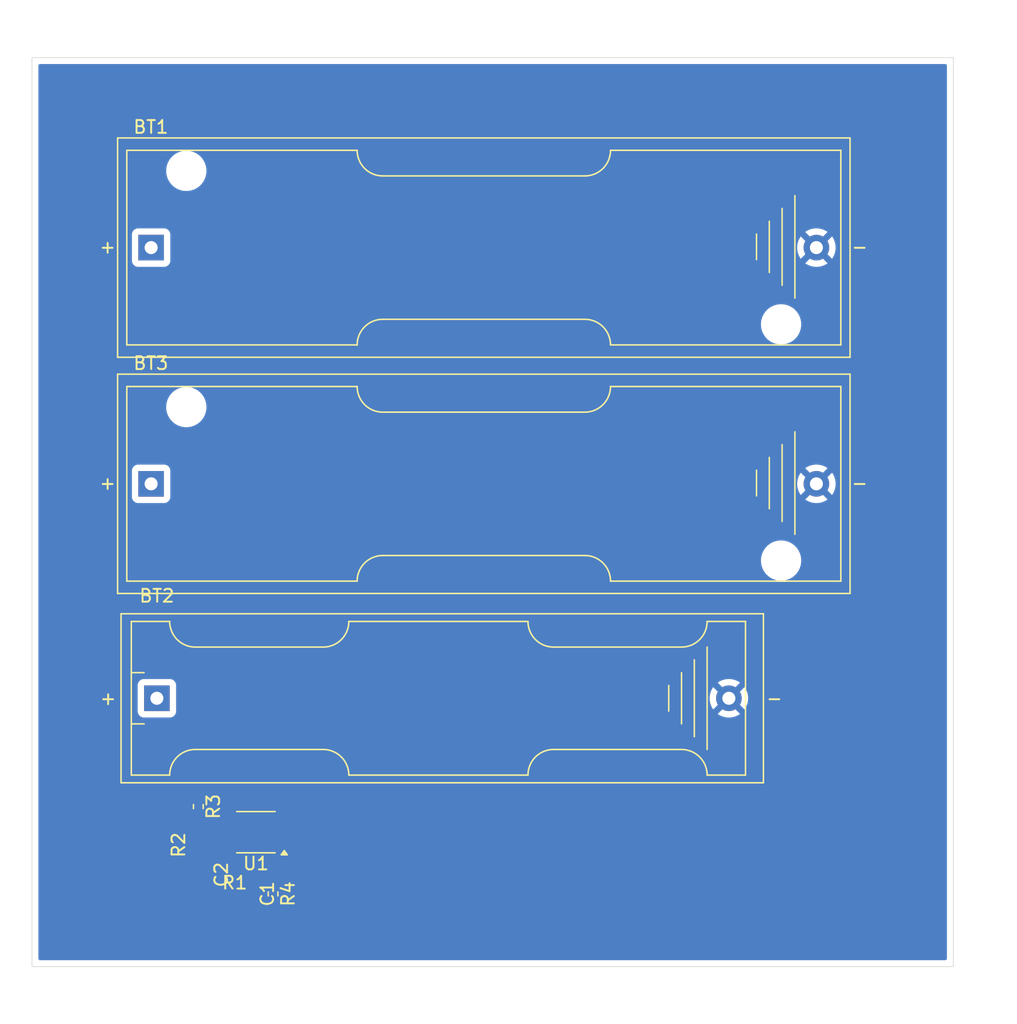
<source format=kicad_pcb>
(kicad_pcb (version 20241229) (generator "pcbnew") (generator_version "9.0")
  (layers (0 "F.Cu" signal) (2 "B.Cu" signal) (13 "F.Paste" user) (15 "B.Paste" user) (5 "F.SilkS" user "F.Silkscreen") (7 "B.SilkS" user "B.Silkscreen") (1 "F.Mask" user) (3 "B.Mask" user) (25 "Edge.Cuts" user))
  (net 0 "")
  (net 1 "Net-(BT1-+)")
  (net 2 "GND")
  (net 3 "Net-(BT2-+)")
  (net 4 "Net-(BT3-+)")
  (net 5 "Net-(U1-+)")
  (net 6 "/positivefeedback")
  (net 7 "/negativefeedback")
  (net 8 "Net-(U1--)")
  (footprint "Resistor_SMD:R_0201_0603Metric" (layer "F.Cu") (at 115.34 110)
    (property "Reference" "R1" (at 0 -1.05 0) (layer "F.SilkS"))
    (property "Value" "1000")
    (pad "1" smd roundrect (at -0.32 0) (size 0.46 0.4) (layers "F.Cu" "F.Mask") (net 7 "/negativefeedback"))
    (pad "2" smd roundrect (at 0.32 0) (size 0.46 0.4) (layers "F.Cu" "F.Mask") (net 5 "Net-(U1-+)"))
  )
  (footprint "Package_SO:MSOP-8_3x3mm_P0.65mm" (layer "F.Cu") (at 117 105 180)
    (property "Reference" "U1" (at 0 -2.45 0) (layer "F.SilkS"))
    (property "Value" "OP1177ARM")
    (fp_line (start 0 1.61) (end 1.5 1.61) (stroke (width 0.12)) (layer "F.SilkS"))
    (fp_line (start 0 1.61) (end -1.5 1.61) (stroke (width 0.12)) (layer "F.SilkS"))
    (fp_line (start 0 -1.61) (end 1.5 -1.61) (stroke (width 0.12)) (layer "F.SilkS"))
    (fp_line (start 0 -1.61) (end -1.5 -1.61) (stroke (width 0.12)) (layer "F.SilkS"))
    (fp_poly (pts (xy -2.2125 -1.435) (xy -2.4525 -1.765) (xy -1.9725 -1.765)) (stroke (width 0.12)) (fill yes) (layer "F.SilkS"))
    (pad "1" smd roundrect (at -2.1125 -0.975 180) (size 1.625 0.4) (layers "F.Cu" "F.Mask" "F.Paste"))
    (pad "2" smd roundrect (at -2.1125 -0.325 180) (size 1.625 0.4) (layers "F.Cu" "F.Mask" "F.Paste") (net 8 "Net-(U1--)"))
    (pad "3" smd roundrect (at -2.1125 0.325 180) (size 1.625 0.4) (layers "F.Cu" "F.Mask" "F.Paste") (net 5 "Net-(U1-+)"))
    (pad "4" smd roundrect (at -2.1125 0.975 180) (size 1.625 0.4) (layers "F.Cu" "F.Mask" "F.Paste") (net 3 "Net-(BT2-+)"))
    (pad "5" smd roundrect (at 2.1125 0.975 180) (size 1.625 0.4) (layers "F.Cu" "F.Mask" "F.Paste"))
    (pad "6" smd roundrect (at 2.1125 0.325 180) (size 1.625 0.4) (layers "F.Cu" "F.Mask" "F.Paste") (net 6 "/positivefeedback"))
    (pad "7" smd roundrect (at 2.1125 -0.325 180) (size 1.625 0.4) (layers "F.Cu" "F.Mask" "F.Paste") (net 1 "Net-(BT1-+)"))
    (pad "8" smd roundrect (at 2.1125 -0.975 180) (size 1.625 0.4) (layers "F.Cu" "F.Mask" "F.Paste"))
  )
  (footprint "Capacitor_SMD:C_0201_0603Metric" (layer "F.Cu") (at 116.84 109.82 -90)
    (property "Reference" "C1" (at 0 -1.05 90) (layer "F.SilkS"))
    (property "Value" "2uF")
    (pad "1" smd roundrect (at -0.32 0 270) (size 0.46 0.4) (layers "F.Cu" "F.Mask") (net 5 "Net-(U1-+)"))
    (pad "2" smd roundrect (at 0.32 0 270) (size 0.46 0.4) (layers "F.Cu" "F.Mask") (net 2 "GND"))
  )
  (footprint "Resistor_SMD:R_0402_1005Metric" (layer "F.Cu") (at 112.5 103 -90)
    (property "Reference" "R3" (at 0 -1.17 90) (layer "F.SilkS"))
    (property "Value" "10000")
    (fp_line (start -0.153641 0.38) (end 0.153641 0.38) (stroke (width 0.12)) (layer "F.SilkS"))
    (fp_line (start -0.153641 -0.38) (end 0.153641 -0.38) (stroke (width 0.12)) (layer "F.SilkS"))
    (pad "1" smd roundrect (at -0.51 0 270) (size 0.54 0.64) (layers "F.Cu" "F.Mask" "F.Paste") (net 8 "Net-(U1--)"))
    (pad "2" smd roundrect (at 0.51 0 270) (size 0.54 0.64) (layers "F.Cu" "F.Mask" "F.Paste") (net 6 "/positivefeedback"))
  )
  (footprint "Battery:BatteryHolder_Keystone_2460_1xAA" (layer "F.Cu") (at 108.81 59.34)
    (property "Reference" "BT1" (at -0.02 -9.42 180) (layer "F.SilkS"))
    (property "Value" "5V")
    (fp_line (start -2.62 -8.565) (end 54.62 -8.565) (stroke (width 0.12)) (layer "F.SilkS"))
    (fp_line (start -2.62 8.565) (end -2.62 -8.565) (stroke (width 0.12)) (layer "F.SilkS"))
    (fp_line (start -1.9 -7.6) (end -1.9 7.6) (stroke (width 0.12)) (layer "F.SilkS"))
    (fp_line (start -1.9 -7.6) (end 16.1 -7.6) (stroke (width 0.12)) (layer "F.SilkS"))
    (fp_line (start -1.9 7.6) (end 16.1 7.6) (stroke (width 0.12)) (layer "F.SilkS"))
    (fp_line (start 18.1 -5.6) (end 33.9 -5.6) (stroke (width 0.12)) (layer "F.SilkS"))
    (fp_line (start 33.9 5.6) (end 18.1 5.6) (stroke (width 0.12)) (layer "F.SilkS"))
    (fp_line (start 35.9 -7.6) (end 53.9 -7.6) (stroke (width 0.12)) (layer "F.SilkS"))
    (fp_line (start 35.9 7.6) (end 53.9 7.6) (stroke (width 0.12)) (layer "F.SilkS"))
    (fp_line (start 47.31 -1.06) (end 47.31 0.94) (stroke (width 0.12)) (layer "F.SilkS"))
    (fp_line (start 48.31 -2.06) (end 48.31 1.94) (stroke (width 0.12)) (layer "F.SilkS"))
    (fp_line (start 49.31 2.94) (end 49.31 -3.06) (stroke (width 0.12)) (layer "F.SilkS"))
    (fp_line (start 50.31 -4.06) (end 50.31 3.94) (stroke (width 0.12)) (layer "F.SilkS"))
    (fp_line (start 53.9 -7.6) (end 53.9 7.6) (stroke (width 0.12)) (layer "F.SilkS"))
    (fp_line (start 54.62 -8.565) (end 54.62 8.565) (stroke (width 0.12)) (layer "F.SilkS"))
    (fp_line (start 54.62 8.565) (end -2.62 8.565) (stroke (width 0.12)) (layer "F.SilkS"))
    (fp_arc (start 16.1 7.6) (mid 16.685786 6.185786) (end 18.1 5.6) (stroke (width 0.12)) (layer "F.SilkS"))
    (fp_arc (start 18.1 -5.6) (mid 16.685786 -6.185786) (end 16.1 -7.6) (stroke (width 0.12)) (layer "F.SilkS"))
    (fp_arc (start 33.9 5.6) (mid 35.314214 6.185786) (end 35.9 7.6) (stroke (width 0.12)) (layer "F.SilkS"))
    (fp_arc (start 35.9 -7.6) (mid 35.314214 -6.185786) (end 33.9 -5.6) (stroke (width 0.12)) (layer "F.SilkS"))
    (fp_text user "-" (at 55.37 -0.06 0) (layer "F.SilkS"))
    (fp_text user "+" (at -3.4 -0.06 0) (layer "F.SilkS"))
    (pad "" np_thru_hole circle (at 2.75 -5.995 90) (size 2.64 2.64) (drill 2.64) (layers "*.Cu" "*.Mask"))
    (pad "" np_thru_hole circle (at 49.23 5.995) (size 2.64 2.64) (drill 2.64) (layers "*.Cu" "*.Mask"))
    (pad "1" thru_hole rect (at 0 0 180) (size 2 2) (drill 1.02) (layers "*.Cu" "*.Mask") (net 1 "Net-(BT1-+)"))
    (pad "2" thru_hole circle (at 51.99 0 180) (size 2 2) (drill 1.02) (layers "*.Cu" "*.Mask") (net 2 "GND"))
  )
  (footprint "Resistor_SMD:R_0402_1005Metric" (layer "F.Cu") (at 118.34 109.82 -90)
    (property "Reference" "R4" (at 0 -1.17 90) (layer "F.SilkS"))
    (property "Value" "10000")
    (fp_line (start -0.153641 0.38) (end 0.153641 0.38) (stroke (width 0.12)) (layer "F.SilkS"))
    (fp_line (start -0.153641 -0.38) (end 0.153641 -0.38) (stroke (width 0.12)) (layer "F.SilkS"))
    (pad "1" smd roundrect (at -0.51 0 270) (size 0.54 0.64) (layers "F.Cu" "F.Mask" "F.Paste") (net 8 "Net-(U1--)"))
    (pad "2" smd roundrect (at 0.51 0 270) (size 0.54 0.64) (layers "F.Cu" "F.Mask" "F.Paste") (net 2 "GND"))
  )
  (footprint "Battery:BatteryHolder_Keystone_2460_1xAA" (layer "F.Cu") (at 108.81 77.79)
    (property "Reference" "BT3" (at -0.02 -9.42 180) (layer "F.SilkS"))
    (property "Value" "5V")
    (fp_line (start -2.62 -8.565) (end 54.62 -8.565) (stroke (width 0.12)) (layer "F.SilkS"))
    (fp_line (start -2.62 8.565) (end -2.62 -8.565) (stroke (width 0.12)) (layer "F.SilkS"))
    (fp_line (start -1.9 -7.6) (end -1.9 7.6) (stroke (width 0.12)) (layer "F.SilkS"))
    (fp_line (start -1.9 -7.6) (end 16.1 -7.6) (stroke (width 0.12)) (layer "F.SilkS"))
    (fp_line (start -1.9 7.6) (end 16.1 7.6) (stroke (width 0.12)) (layer "F.SilkS"))
    (fp_line (start 18.1 -5.6) (end 33.9 -5.6) (stroke (width 0.12)) (layer "F.SilkS"))
    (fp_line (start 33.9 5.6) (end 18.1 5.6) (stroke (width 0.12)) (layer "F.SilkS"))
    (fp_line (start 35.9 -7.6) (end 53.9 -7.6) (stroke (width 0.12)) (layer "F.SilkS"))
    (fp_line (start 35.9 7.6) (end 53.9 7.6) (stroke (width 0.12)) (layer "F.SilkS"))
    (fp_line (start 47.31 -1.06) (end 47.31 0.94) (stroke (width 0.12)) (layer "F.SilkS"))
    (fp_line (start 48.31 -2.06) (end 48.31 1.94) (stroke (width 0.12)) (layer "F.SilkS"))
    (fp_line (start 49.31 2.94) (end 49.31 -3.06) (stroke (width 0.12)) (layer "F.SilkS"))
    (fp_line (start 50.31 -4.06) (end 50.31 3.94) (stroke (width 0.12)) (layer "F.SilkS"))
    (fp_line (start 53.9 -7.6) (end 53.9 7.6) (stroke (width 0.12)) (layer "F.SilkS"))
    (fp_line (start 54.62 -8.565) (end 54.62 8.565) (stroke (width 0.12)) (layer "F.SilkS"))
    (fp_line (start 54.62 8.565) (end -2.62 8.565) (stroke (width 0.12)) (layer "F.SilkS"))
    (fp_arc (start 16.1 7.6) (mid 16.685786 6.185786) (end 18.1 5.6) (stroke (width 0.12)) (layer "F.SilkS"))
    (fp_arc (start 18.1 -5.6) (mid 16.685786 -6.185786) (end 16.1 -7.6) (stroke (width 0.12)) (layer "F.SilkS"))
    (fp_arc (start 33.9 5.6) (mid 35.314214 6.185786) (end 35.9 7.6) (stroke (width 0.12)) (layer "F.SilkS"))
    (fp_arc (start 35.9 -7.6) (mid 35.314214 -6.185786) (end 33.9 -5.6) (stroke (width 0.12)) (layer "F.SilkS"))
    (fp_text user "+" (at -3.4 -0.06 0) (layer "F.SilkS"))
    (fp_text user "-" (at 55.37 -0.06 0) (layer "F.SilkS"))
    (pad "" np_thru_hole circle (at 2.75 -5.995 90) (size 2.64 2.64) (drill 2.64) (layers "*.Cu" "*.Mask"))
    (pad "" np_thru_hole circle (at 49.23 5.995) (size 2.64 2.64) (drill 2.64) (layers "*.Cu" "*.Mask"))
    (pad "1" thru_hole rect (at 0 0 180) (size 2 2) (drill 1.02) (layers "*.Cu" "*.Mask") (net 4 "Net-(BT3-+)"))
    (pad "2" thru_hole circle (at 51.99 0 180) (size 2 2) (drill 1.02) (layers "*.Cu" "*.Mask") (net 2 "GND"))
  )
  (footprint "Capacitor_SMD:C_0201_0603Metric" (layer "F.Cu") (at 115.34 108.32 90)
    (property "Reference" "C2" (at 0 -1.05 90) (layer "F.SilkS"))
    (property "Value" "2uF")
    (pad "1" smd roundrect (at -0.32 0 90) (size 0.46 0.4) (layers "F.Cu" "F.Mask") (net 7 "/negativefeedback"))
    (pad "2" smd roundrect (at 0.32 0 90) (size 0.46 0.4) (layers "F.Cu" "F.Mask") (net 6 "/positivefeedback"))
  )
  (footprint "Battery:BatteryHolder_Keystone_2466_1xAAA" (layer "F.Cu") (at 109.26 94.54)
    (property "Reference" "BT2" (at 0 -8 180) (layer "F.SilkS"))
    (property "Value" "2.5V")
    (fp_line (start -2.8 -6.6) (end -2.8 6.6) (stroke (width 0.12)) (layer "F.SilkS"))
    (fp_line (start -2.8 6.6) (end 47.4 6.6) (stroke (width 0.12)) (layer "F.SilkS"))
    (fp_line (start -2 -6) (end -2 6) (stroke (width 0.12)) (layer "F.SilkS"))
    (fp_line (start -2 -6) (end 1 -6) (stroke (width 0.12)) (layer "F.SilkS"))
    (fp_line (start -2 -2) (end -1 -2) (stroke (width 0.12)) (layer "F.SilkS"))
    (fp_line (start -2 6) (end 1 6) (stroke (width 0.12)) (layer "F.SilkS"))
    (fp_line (start -1 2) (end -2 2) (stroke (width 0.12)) (layer "F.SilkS"))
    (fp_line (start 3 -4) (end 13 -4) (stroke (width 0.12)) (layer "F.SilkS"))
    (fp_line (start 3 4) (end 13 4) (stroke (width 0.12)) (layer "F.SilkS"))
    (fp_line (start 15 6) (end 29 6) (stroke (width 0.12)) (layer "F.SilkS"))
    (fp_line (start 29 -6) (end 15 -6) (stroke (width 0.12)) (layer "F.SilkS"))
    (fp_line (start 40 -1) (end 40 1) (stroke (width 0.12)) (layer "F.SilkS"))
    (fp_line (start 41 -4) (end 31 -4) (stroke (width 0.12)) (layer "F.SilkS"))
    (fp_line (start 41 -2) (end 41 2) (stroke (width 0.12)) (layer "F.SilkS"))
    (fp_line (start 41 4) (end 31 4) (stroke (width 0.12)) (layer "F.SilkS"))
    (fp_line (start 42 3) (end 42 -3) (stroke (width 0.12)) (layer "F.SilkS"))
    (fp_line (start 43 -4) (end 43 4) (stroke (width 0.12)) (layer "F.SilkS"))
    (fp_line (start 46 -6) (end 43 -6) (stroke (width 0.12)) (layer "F.SilkS"))
    (fp_line (start 46 -6) (end 46 6) (stroke (width 0.12)) (layer "F.SilkS"))
    (fp_line (start 46 6) (end 43 6) (stroke (width 0.12)) (layer "F.SilkS"))
    (fp_line (start 47.4 -6.6) (end -2.8 -6.6) (stroke (width 0.12)) (layer "F.SilkS"))
    (fp_line (start 47.4 6.6) (end 47.4 -6.6) (stroke (width 0.12)) (layer "F.SilkS"))
    (fp_arc (start 1 6) (mid 1.585786 4.585786) (end 3 4) (stroke (width 0.12)) (layer "F.SilkS"))
    (fp_arc (start 3 -4) (mid 1.585786 -4.585786) (end 1 -6) (stroke (width 0.12)) (layer "F.SilkS"))
    (fp_arc (start 13 4) (mid 14.414214 4.585786) (end 15 6) (stroke (width 0.12)) (layer "F.SilkS"))
    (fp_arc (start 15 -6) (mid 14.414214 -4.585786) (end 13 -4) (stroke (width 0.12)) (layer "F.SilkS"))
    (fp_arc (start 29 6) (mid 29.585786 4.585786) (end 31 4) (stroke (width 0.12)) (layer "F.SilkS"))
    (fp_arc (start 31 -4) (mid 29.585786 -4.585786) (end 29 -6) (stroke (width 0.12)) (layer "F.SilkS"))
    (fp_arc (start 41 4) (mid 42.414214 4.585786) (end 43 6) (stroke (width 0.12)) (layer "F.SilkS"))
    (fp_arc (start 43 -6) (mid 42.414214 -4.585786) (end 41 -4) (stroke (width 0.12)) (layer "F.SilkS"))
    (fp_text user "-" (at 48.26 0 0) (layer "F.SilkS"))
    (fp_text user "+" (at -3.81 0 0) (layer "F.SilkS"))
    (pad "1" thru_hole rect (at 0 0) (size 2 2) (drill 1.02) (layers "*.Cu" "*.Mask") (net 3 "Net-(BT2-+)"))
    (pad "2" thru_hole circle (at 44.7 0) (size 2 2) (drill 1.02) (layers "*.Cu" "*.Mask") (net 2 "GND"))
  )
  (footprint "Resistor_SMD:R_0201_0603Metric" (layer "F.Cu") (at 112 106 90)
    (property "Reference" "R2" (at 0 -1.05 90) (layer "F.SilkS"))
    (property "Value" "1000")
    (pad "1" smd roundrect (at -0.32 0 90) (size 0.46 0.4) (layers "F.Cu" "F.Mask") (net 4 "Net-(BT3-+)"))
    (pad "2" smd roundrect (at 0.32 0 90) (size 0.46 0.4) (layers "F.Cu" "F.Mask") (net 7 "/negativefeedback"))
  )
  (gr_rect (start 99.5 44.5) (end 171.5 115.5) (stroke (width 0.05)) (fill no) (layer "Edge.Cuts"))
  (segment (start 112.67913 105.149) (end 112.85513 105.325) (width 0.2) (layer "F.Cu") (net 1))
  (segment (start 112.85513 105.325) (end 114.8875 105.325) (width 0.2) (layer "F.Cu") (net 1))
  (segment (start 138.17 110.33) (end 118.34 110.33) (width 0.2) (layer "F.Cu") (net 2))
  (segment (start 118.15 110.14) (end 118.34 110.33) (width 0.2) (layer "F.Cu") (net 2))
  (segment (start 116.84 110.14) (end 118.15 110.14) (width 0.2) (layer "F.Cu") (net 2))
  (segment (start 153.96 94.54) (end 138.17 110.33) (width 0.2) (layer "F.Cu") (net 2))
  (segment (start 126 104) (end 125.975 104.025) (width 0.2) (layer "F.Cu") (net 3))
  (segment (start 111.84013 106.32) (end 112 106.32) (width 0.2) (layer "F.Cu") (net 4))
  (segment (start 111.499 105.97887) (end 111.84013 106.32) (width 0.2) (layer "F.Cu") (net 4))
  (segment (start 115.66 110) (end 116.16 109.5) (width 0.2) (layer "F.Cu") (net 5))
  (segment (start 116.16 109.5) (end 116.84 109.5) (width 0.2) (layer "F.Cu") (net 5))
  (segment (start 112.5 103.51) (end 113.665 104.675) (width 0.2) (layer "F.Cu") (net 6))
  (segment (start 113.665 104.675) (end 114.8875 104.675) (width 0.2) (layer "F.Cu") (net 6))
  (segment (start 112 105.68) (end 112.18 105.68) (width 0.2) (layer "F.Cu") (net 7))
  (segment (start 112.18 105.68) (end 115.140001 108.64) (width 0.2) (layer "F.Cu") (net 7))
  (segment (start 115.02 108.96) (end 115.34 108.64) (width 0.2) (layer "F.Cu") (net 7))
  (segment (start 115.02 110) (end 115.02 108.96) (width 0.2) (layer "F.Cu") (net 7))
  (segment (start 115.140001 108.64) (end 115.34 108.64) (width 0.2) (layer "F.Cu") (net 7))
  (segment (start 120.49 102.49) (end 120.5 102.5) (width 0.2) (layer "F.Cu") (net 8))
  (segment (start 120.5 107.15) (end 120.5 105.98013) (width 0.2) (layer "F.Cu") (net 8))
  (segment (start 120.5 105.98013) (end 119.84487 105.325) (width 0.2) (layer "F.Cu") (net 8))
  (segment (start 112.5 102.49) (end 120.49 102.49) (width 0.2) (layer "F.Cu") (net 8))
  (segment (start 118.34 109.31) (end 120.5 107.15) (width 0.2) (layer "F.Cu") (net 8))
  (segment (start 118.34 109.31) (end 118.34 109.16) (width 0.2) (layer "F.Cu") (net 8))
  (segment (start 119.84487 105.325) (end 119.1125 105.325) (width 0.2) (layer "F.Cu") (net 8))
  (zone (net 2) (net_name "GND") (layer "B.Cu") (connect_pads (clearance 0.5)) (min_thickness 0.25) (fill yes (thermal_gap 0.5) (thermal_bridge_width 0.5))
    (polygon (pts (xy 98 41) (xy 173.5 40) (xy 176.5 119.5) (xy 97 120)))
  )
)
</source>
